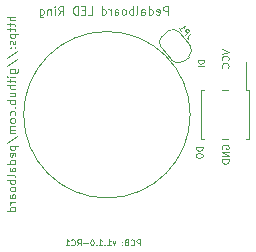
<source format=gbo>
G04 #@! TF.GenerationSoftware,KiCad,Pcbnew,7.0.8-7.0.8~ubuntu23.04.1*
G04 #@! TF.CreationDate,2023-10-22T13:47:05+00:00*
G04 #@! TF.ProjectId,pedalboard-led-ring,70656461-6c62-46f6-9172-642d6c65642d,1.1.0-RC1*
G04 #@! TF.SameCoordinates,Original*
G04 #@! TF.FileFunction,Legend,Bot*
G04 #@! TF.FilePolarity,Positive*
%FSLAX46Y46*%
G04 Gerber Fmt 4.6, Leading zero omitted, Abs format (unit mm)*
G04 Created by KiCad (PCBNEW 7.0.8-7.0.8~ubuntu23.04.1) date 2023-10-22 13:47:05*
%MOMM*%
%LPD*%
G01*
G04 APERTURE LIST*
%ADD10C,0.100000*%
%ADD11C,0.120000*%
%ADD12R,1.000000X2.750000*%
G04 APERTURE END LIST*
D10*
X87050000Y-60000000D02*
G75*
G03*
X87050000Y-60000000I-7050000J0D01*
G01*
X88203609Y-55384836D02*
X87703609Y-55384836D01*
X87703609Y-55384836D02*
X87703609Y-55503884D01*
X87703609Y-55503884D02*
X87727419Y-55575312D01*
X87727419Y-55575312D02*
X87775038Y-55622931D01*
X87775038Y-55622931D02*
X87822657Y-55646741D01*
X87822657Y-55646741D02*
X87917895Y-55670550D01*
X87917895Y-55670550D02*
X87989323Y-55670550D01*
X87989323Y-55670550D02*
X88084561Y-55646741D01*
X88084561Y-55646741D02*
X88132180Y-55622931D01*
X88132180Y-55622931D02*
X88179800Y-55575312D01*
X88179800Y-55575312D02*
X88203609Y-55503884D01*
X88203609Y-55503884D02*
X88203609Y-55384836D01*
X88203609Y-55884836D02*
X87703609Y-55884836D01*
X88121371Y-62708646D02*
X87521371Y-62708646D01*
X87521371Y-62708646D02*
X87521371Y-62851503D01*
X87521371Y-62851503D02*
X87549942Y-62937217D01*
X87549942Y-62937217D02*
X87607085Y-62994360D01*
X87607085Y-62994360D02*
X87664228Y-63022931D01*
X87664228Y-63022931D02*
X87778514Y-63051503D01*
X87778514Y-63051503D02*
X87864228Y-63051503D01*
X87864228Y-63051503D02*
X87978514Y-63022931D01*
X87978514Y-63022931D02*
X88035657Y-62994360D01*
X88035657Y-62994360D02*
X88092800Y-62937217D01*
X88092800Y-62937217D02*
X88121371Y-62851503D01*
X88121371Y-62851503D02*
X88121371Y-62708646D01*
X87521371Y-63422931D02*
X87521371Y-63480074D01*
X87521371Y-63480074D02*
X87549942Y-63537217D01*
X87549942Y-63537217D02*
X87578514Y-63565789D01*
X87578514Y-63565789D02*
X87635657Y-63594360D01*
X87635657Y-63594360D02*
X87749942Y-63622931D01*
X87749942Y-63622931D02*
X87892800Y-63622931D01*
X87892800Y-63622931D02*
X88007085Y-63594360D01*
X88007085Y-63594360D02*
X88064228Y-63565789D01*
X88064228Y-63565789D02*
X88092800Y-63537217D01*
X88092800Y-63537217D02*
X88121371Y-63480074D01*
X88121371Y-63480074D02*
X88121371Y-63422931D01*
X88121371Y-63422931D02*
X88092800Y-63365789D01*
X88092800Y-63365789D02*
X88064228Y-63337217D01*
X88064228Y-63337217D02*
X88007085Y-63308646D01*
X88007085Y-63308646D02*
X87892800Y-63280074D01*
X87892800Y-63280074D02*
X87749942Y-63280074D01*
X87749942Y-63280074D02*
X87635657Y-63308646D01*
X87635657Y-63308646D02*
X87578514Y-63337217D01*
X87578514Y-63337217D02*
X87549942Y-63365789D01*
X87549942Y-63365789D02*
X87521371Y-63422931D01*
X89749942Y-62872931D02*
X89721371Y-62815789D01*
X89721371Y-62815789D02*
X89721371Y-62730074D01*
X89721371Y-62730074D02*
X89749942Y-62644360D01*
X89749942Y-62644360D02*
X89807085Y-62587217D01*
X89807085Y-62587217D02*
X89864228Y-62558646D01*
X89864228Y-62558646D02*
X89978514Y-62530074D01*
X89978514Y-62530074D02*
X90064228Y-62530074D01*
X90064228Y-62530074D02*
X90178514Y-62558646D01*
X90178514Y-62558646D02*
X90235657Y-62587217D01*
X90235657Y-62587217D02*
X90292800Y-62644360D01*
X90292800Y-62644360D02*
X90321371Y-62730074D01*
X90321371Y-62730074D02*
X90321371Y-62787217D01*
X90321371Y-62787217D02*
X90292800Y-62872931D01*
X90292800Y-62872931D02*
X90264228Y-62901503D01*
X90264228Y-62901503D02*
X90064228Y-62901503D01*
X90064228Y-62901503D02*
X90064228Y-62787217D01*
X90321371Y-63158646D02*
X89721371Y-63158646D01*
X89721371Y-63158646D02*
X90321371Y-63501503D01*
X90321371Y-63501503D02*
X89721371Y-63501503D01*
X90321371Y-63787217D02*
X89721371Y-63787217D01*
X89721371Y-63787217D02*
X89721371Y-63930074D01*
X89721371Y-63930074D02*
X89749942Y-64015788D01*
X89749942Y-64015788D02*
X89807085Y-64072931D01*
X89807085Y-64072931D02*
X89864228Y-64101502D01*
X89864228Y-64101502D02*
X89978514Y-64130074D01*
X89978514Y-64130074D02*
X90064228Y-64130074D01*
X90064228Y-64130074D02*
X90178514Y-64101502D01*
X90178514Y-64101502D02*
X90235657Y-64072931D01*
X90235657Y-64072931D02*
X90292800Y-64015788D01*
X90292800Y-64015788D02*
X90321371Y-63930074D01*
X90321371Y-63930074D02*
X90321371Y-63787217D01*
X72249133Y-51703336D02*
X71549133Y-51703336D01*
X72249133Y-52003336D02*
X71882466Y-52003336D01*
X71882466Y-52003336D02*
X71815800Y-51970003D01*
X71815800Y-51970003D02*
X71782466Y-51903336D01*
X71782466Y-51903336D02*
X71782466Y-51803336D01*
X71782466Y-51803336D02*
X71815800Y-51736670D01*
X71815800Y-51736670D02*
X71849133Y-51703336D01*
X71782466Y-52236669D02*
X71782466Y-52503336D01*
X71549133Y-52336669D02*
X72149133Y-52336669D01*
X72149133Y-52336669D02*
X72215800Y-52370003D01*
X72215800Y-52370003D02*
X72249133Y-52436669D01*
X72249133Y-52436669D02*
X72249133Y-52503336D01*
X71782466Y-52636669D02*
X71782466Y-52903336D01*
X71549133Y-52736669D02*
X72149133Y-52736669D01*
X72149133Y-52736669D02*
X72215800Y-52770003D01*
X72215800Y-52770003D02*
X72249133Y-52836669D01*
X72249133Y-52836669D02*
X72249133Y-52903336D01*
X71782466Y-53136669D02*
X72482466Y-53136669D01*
X71815800Y-53136669D02*
X71782466Y-53203336D01*
X71782466Y-53203336D02*
X71782466Y-53336669D01*
X71782466Y-53336669D02*
X71815800Y-53403336D01*
X71815800Y-53403336D02*
X71849133Y-53436669D01*
X71849133Y-53436669D02*
X71915800Y-53470003D01*
X71915800Y-53470003D02*
X72115800Y-53470003D01*
X72115800Y-53470003D02*
X72182466Y-53436669D01*
X72182466Y-53436669D02*
X72215800Y-53403336D01*
X72215800Y-53403336D02*
X72249133Y-53336669D01*
X72249133Y-53336669D02*
X72249133Y-53203336D01*
X72249133Y-53203336D02*
X72215800Y-53136669D01*
X72215800Y-53736669D02*
X72249133Y-53803336D01*
X72249133Y-53803336D02*
X72249133Y-53936669D01*
X72249133Y-53936669D02*
X72215800Y-54003336D01*
X72215800Y-54003336D02*
X72149133Y-54036669D01*
X72149133Y-54036669D02*
X72115800Y-54036669D01*
X72115800Y-54036669D02*
X72049133Y-54003336D01*
X72049133Y-54003336D02*
X72015800Y-53936669D01*
X72015800Y-53936669D02*
X72015800Y-53836669D01*
X72015800Y-53836669D02*
X71982466Y-53770002D01*
X71982466Y-53770002D02*
X71915800Y-53736669D01*
X71915800Y-53736669D02*
X71882466Y-53736669D01*
X71882466Y-53736669D02*
X71815800Y-53770002D01*
X71815800Y-53770002D02*
X71782466Y-53836669D01*
X71782466Y-53836669D02*
X71782466Y-53936669D01*
X71782466Y-53936669D02*
X71815800Y-54003336D01*
X72182466Y-54336669D02*
X72215800Y-54370003D01*
X72215800Y-54370003D02*
X72249133Y-54336669D01*
X72249133Y-54336669D02*
X72215800Y-54303336D01*
X72215800Y-54303336D02*
X72182466Y-54336669D01*
X72182466Y-54336669D02*
X72249133Y-54336669D01*
X71815800Y-54336669D02*
X71849133Y-54370003D01*
X71849133Y-54370003D02*
X71882466Y-54336669D01*
X71882466Y-54336669D02*
X71849133Y-54303336D01*
X71849133Y-54303336D02*
X71815800Y-54336669D01*
X71815800Y-54336669D02*
X71882466Y-54336669D01*
X71515800Y-55170002D02*
X72415800Y-54570002D01*
X71515800Y-55903335D02*
X72415800Y-55303335D01*
X71782466Y-56436668D02*
X72349133Y-56436668D01*
X72349133Y-56436668D02*
X72415800Y-56403335D01*
X72415800Y-56403335D02*
X72449133Y-56370002D01*
X72449133Y-56370002D02*
X72482466Y-56303335D01*
X72482466Y-56303335D02*
X72482466Y-56203335D01*
X72482466Y-56203335D02*
X72449133Y-56136668D01*
X72215800Y-56436668D02*
X72249133Y-56370002D01*
X72249133Y-56370002D02*
X72249133Y-56236668D01*
X72249133Y-56236668D02*
X72215800Y-56170002D01*
X72215800Y-56170002D02*
X72182466Y-56136668D01*
X72182466Y-56136668D02*
X72115800Y-56103335D01*
X72115800Y-56103335D02*
X71915800Y-56103335D01*
X71915800Y-56103335D02*
X71849133Y-56136668D01*
X71849133Y-56136668D02*
X71815800Y-56170002D01*
X71815800Y-56170002D02*
X71782466Y-56236668D01*
X71782466Y-56236668D02*
X71782466Y-56370002D01*
X71782466Y-56370002D02*
X71815800Y-56436668D01*
X72249133Y-56770001D02*
X71782466Y-56770001D01*
X71549133Y-56770001D02*
X71582466Y-56736668D01*
X71582466Y-56736668D02*
X71615800Y-56770001D01*
X71615800Y-56770001D02*
X71582466Y-56803335D01*
X71582466Y-56803335D02*
X71549133Y-56770001D01*
X71549133Y-56770001D02*
X71615800Y-56770001D01*
X71782466Y-57003334D02*
X71782466Y-57270001D01*
X71549133Y-57103334D02*
X72149133Y-57103334D01*
X72149133Y-57103334D02*
X72215800Y-57136668D01*
X72215800Y-57136668D02*
X72249133Y-57203334D01*
X72249133Y-57203334D02*
X72249133Y-57270001D01*
X72249133Y-57503334D02*
X71549133Y-57503334D01*
X72249133Y-57803334D02*
X71882466Y-57803334D01*
X71882466Y-57803334D02*
X71815800Y-57770001D01*
X71815800Y-57770001D02*
X71782466Y-57703334D01*
X71782466Y-57703334D02*
X71782466Y-57603334D01*
X71782466Y-57603334D02*
X71815800Y-57536668D01*
X71815800Y-57536668D02*
X71849133Y-57503334D01*
X71782466Y-58436667D02*
X72249133Y-58436667D01*
X71782466Y-58136667D02*
X72149133Y-58136667D01*
X72149133Y-58136667D02*
X72215800Y-58170001D01*
X72215800Y-58170001D02*
X72249133Y-58236667D01*
X72249133Y-58236667D02*
X72249133Y-58336667D01*
X72249133Y-58336667D02*
X72215800Y-58403334D01*
X72215800Y-58403334D02*
X72182466Y-58436667D01*
X72249133Y-58770000D02*
X71549133Y-58770000D01*
X71815800Y-58770000D02*
X71782466Y-58836667D01*
X71782466Y-58836667D02*
X71782466Y-58970000D01*
X71782466Y-58970000D02*
X71815800Y-59036667D01*
X71815800Y-59036667D02*
X71849133Y-59070000D01*
X71849133Y-59070000D02*
X71915800Y-59103334D01*
X71915800Y-59103334D02*
X72115800Y-59103334D01*
X72115800Y-59103334D02*
X72182466Y-59070000D01*
X72182466Y-59070000D02*
X72215800Y-59036667D01*
X72215800Y-59036667D02*
X72249133Y-58970000D01*
X72249133Y-58970000D02*
X72249133Y-58836667D01*
X72249133Y-58836667D02*
X72215800Y-58770000D01*
X72182466Y-59403333D02*
X72215800Y-59436667D01*
X72215800Y-59436667D02*
X72249133Y-59403333D01*
X72249133Y-59403333D02*
X72215800Y-59370000D01*
X72215800Y-59370000D02*
X72182466Y-59403333D01*
X72182466Y-59403333D02*
X72249133Y-59403333D01*
X72215800Y-60036666D02*
X72249133Y-59970000D01*
X72249133Y-59970000D02*
X72249133Y-59836666D01*
X72249133Y-59836666D02*
X72215800Y-59770000D01*
X72215800Y-59770000D02*
X72182466Y-59736666D01*
X72182466Y-59736666D02*
X72115800Y-59703333D01*
X72115800Y-59703333D02*
X71915800Y-59703333D01*
X71915800Y-59703333D02*
X71849133Y-59736666D01*
X71849133Y-59736666D02*
X71815800Y-59770000D01*
X71815800Y-59770000D02*
X71782466Y-59836666D01*
X71782466Y-59836666D02*
X71782466Y-59970000D01*
X71782466Y-59970000D02*
X71815800Y-60036666D01*
X72249133Y-60436666D02*
X72215800Y-60370000D01*
X72215800Y-60370000D02*
X72182466Y-60336666D01*
X72182466Y-60336666D02*
X72115800Y-60303333D01*
X72115800Y-60303333D02*
X71915800Y-60303333D01*
X71915800Y-60303333D02*
X71849133Y-60336666D01*
X71849133Y-60336666D02*
X71815800Y-60370000D01*
X71815800Y-60370000D02*
X71782466Y-60436666D01*
X71782466Y-60436666D02*
X71782466Y-60536666D01*
X71782466Y-60536666D02*
X71815800Y-60603333D01*
X71815800Y-60603333D02*
X71849133Y-60636666D01*
X71849133Y-60636666D02*
X71915800Y-60670000D01*
X71915800Y-60670000D02*
X72115800Y-60670000D01*
X72115800Y-60670000D02*
X72182466Y-60636666D01*
X72182466Y-60636666D02*
X72215800Y-60603333D01*
X72215800Y-60603333D02*
X72249133Y-60536666D01*
X72249133Y-60536666D02*
X72249133Y-60436666D01*
X72249133Y-60969999D02*
X71782466Y-60969999D01*
X71849133Y-60969999D02*
X71815800Y-61003333D01*
X71815800Y-61003333D02*
X71782466Y-61069999D01*
X71782466Y-61069999D02*
X71782466Y-61169999D01*
X71782466Y-61169999D02*
X71815800Y-61236666D01*
X71815800Y-61236666D02*
X71882466Y-61269999D01*
X71882466Y-61269999D02*
X72249133Y-61269999D01*
X71882466Y-61269999D02*
X71815800Y-61303333D01*
X71815800Y-61303333D02*
X71782466Y-61369999D01*
X71782466Y-61369999D02*
X71782466Y-61469999D01*
X71782466Y-61469999D02*
X71815800Y-61536666D01*
X71815800Y-61536666D02*
X71882466Y-61569999D01*
X71882466Y-61569999D02*
X72249133Y-61569999D01*
X71515800Y-62403332D02*
X72415800Y-61803332D01*
X71782466Y-62636665D02*
X72482466Y-62636665D01*
X71815800Y-62636665D02*
X71782466Y-62703332D01*
X71782466Y-62703332D02*
X71782466Y-62836665D01*
X71782466Y-62836665D02*
X71815800Y-62903332D01*
X71815800Y-62903332D02*
X71849133Y-62936665D01*
X71849133Y-62936665D02*
X71915800Y-62969999D01*
X71915800Y-62969999D02*
X72115800Y-62969999D01*
X72115800Y-62969999D02*
X72182466Y-62936665D01*
X72182466Y-62936665D02*
X72215800Y-62903332D01*
X72215800Y-62903332D02*
X72249133Y-62836665D01*
X72249133Y-62836665D02*
X72249133Y-62703332D01*
X72249133Y-62703332D02*
X72215800Y-62636665D01*
X72215800Y-63536665D02*
X72249133Y-63469998D01*
X72249133Y-63469998D02*
X72249133Y-63336665D01*
X72249133Y-63336665D02*
X72215800Y-63269998D01*
X72215800Y-63269998D02*
X72149133Y-63236665D01*
X72149133Y-63236665D02*
X71882466Y-63236665D01*
X71882466Y-63236665D02*
X71815800Y-63269998D01*
X71815800Y-63269998D02*
X71782466Y-63336665D01*
X71782466Y-63336665D02*
X71782466Y-63469998D01*
X71782466Y-63469998D02*
X71815800Y-63536665D01*
X71815800Y-63536665D02*
X71882466Y-63569998D01*
X71882466Y-63569998D02*
X71949133Y-63569998D01*
X71949133Y-63569998D02*
X72015800Y-63236665D01*
X72249133Y-64169998D02*
X71549133Y-64169998D01*
X72215800Y-64169998D02*
X72249133Y-64103332D01*
X72249133Y-64103332D02*
X72249133Y-63969998D01*
X72249133Y-63969998D02*
X72215800Y-63903332D01*
X72215800Y-63903332D02*
X72182466Y-63869998D01*
X72182466Y-63869998D02*
X72115800Y-63836665D01*
X72115800Y-63836665D02*
X71915800Y-63836665D01*
X71915800Y-63836665D02*
X71849133Y-63869998D01*
X71849133Y-63869998D02*
X71815800Y-63903332D01*
X71815800Y-63903332D02*
X71782466Y-63969998D01*
X71782466Y-63969998D02*
X71782466Y-64103332D01*
X71782466Y-64103332D02*
X71815800Y-64169998D01*
X72249133Y-64803331D02*
X71882466Y-64803331D01*
X71882466Y-64803331D02*
X71815800Y-64769998D01*
X71815800Y-64769998D02*
X71782466Y-64703331D01*
X71782466Y-64703331D02*
X71782466Y-64569998D01*
X71782466Y-64569998D02*
X71815800Y-64503331D01*
X72215800Y-64803331D02*
X72249133Y-64736665D01*
X72249133Y-64736665D02*
X72249133Y-64569998D01*
X72249133Y-64569998D02*
X72215800Y-64503331D01*
X72215800Y-64503331D02*
X72149133Y-64469998D01*
X72149133Y-64469998D02*
X72082466Y-64469998D01*
X72082466Y-64469998D02*
X72015800Y-64503331D01*
X72015800Y-64503331D02*
X71982466Y-64569998D01*
X71982466Y-64569998D02*
X71982466Y-64736665D01*
X71982466Y-64736665D02*
X71949133Y-64803331D01*
X72249133Y-65236664D02*
X72215800Y-65169998D01*
X72215800Y-65169998D02*
X72149133Y-65136664D01*
X72149133Y-65136664D02*
X71549133Y-65136664D01*
X72249133Y-65503331D02*
X71549133Y-65503331D01*
X71815800Y-65503331D02*
X71782466Y-65569998D01*
X71782466Y-65569998D02*
X71782466Y-65703331D01*
X71782466Y-65703331D02*
X71815800Y-65769998D01*
X71815800Y-65769998D02*
X71849133Y-65803331D01*
X71849133Y-65803331D02*
X71915800Y-65836665D01*
X71915800Y-65836665D02*
X72115800Y-65836665D01*
X72115800Y-65836665D02*
X72182466Y-65803331D01*
X72182466Y-65803331D02*
X72215800Y-65769998D01*
X72215800Y-65769998D02*
X72249133Y-65703331D01*
X72249133Y-65703331D02*
X72249133Y-65569998D01*
X72249133Y-65569998D02*
X72215800Y-65503331D01*
X72249133Y-66236664D02*
X72215800Y-66169998D01*
X72215800Y-66169998D02*
X72182466Y-66136664D01*
X72182466Y-66136664D02*
X72115800Y-66103331D01*
X72115800Y-66103331D02*
X71915800Y-66103331D01*
X71915800Y-66103331D02*
X71849133Y-66136664D01*
X71849133Y-66136664D02*
X71815800Y-66169998D01*
X71815800Y-66169998D02*
X71782466Y-66236664D01*
X71782466Y-66236664D02*
X71782466Y-66336664D01*
X71782466Y-66336664D02*
X71815800Y-66403331D01*
X71815800Y-66403331D02*
X71849133Y-66436664D01*
X71849133Y-66436664D02*
X71915800Y-66469998D01*
X71915800Y-66469998D02*
X72115800Y-66469998D01*
X72115800Y-66469998D02*
X72182466Y-66436664D01*
X72182466Y-66436664D02*
X72215800Y-66403331D01*
X72215800Y-66403331D02*
X72249133Y-66336664D01*
X72249133Y-66336664D02*
X72249133Y-66236664D01*
X72249133Y-67069997D02*
X71882466Y-67069997D01*
X71882466Y-67069997D02*
X71815800Y-67036664D01*
X71815800Y-67036664D02*
X71782466Y-66969997D01*
X71782466Y-66969997D02*
X71782466Y-66836664D01*
X71782466Y-66836664D02*
X71815800Y-66769997D01*
X72215800Y-67069997D02*
X72249133Y-67003331D01*
X72249133Y-67003331D02*
X72249133Y-66836664D01*
X72249133Y-66836664D02*
X72215800Y-66769997D01*
X72215800Y-66769997D02*
X72149133Y-66736664D01*
X72149133Y-66736664D02*
X72082466Y-66736664D01*
X72082466Y-66736664D02*
X72015800Y-66769997D01*
X72015800Y-66769997D02*
X71982466Y-66836664D01*
X71982466Y-66836664D02*
X71982466Y-67003331D01*
X71982466Y-67003331D02*
X71949133Y-67069997D01*
X72249133Y-67403330D02*
X71782466Y-67403330D01*
X71915800Y-67403330D02*
X71849133Y-67436664D01*
X71849133Y-67436664D02*
X71815800Y-67469997D01*
X71815800Y-67469997D02*
X71782466Y-67536664D01*
X71782466Y-67536664D02*
X71782466Y-67603330D01*
X72249133Y-68136663D02*
X71549133Y-68136663D01*
X72215800Y-68136663D02*
X72249133Y-68069997D01*
X72249133Y-68069997D02*
X72249133Y-67936663D01*
X72249133Y-67936663D02*
X72215800Y-67869997D01*
X72215800Y-67869997D02*
X72182466Y-67836663D01*
X72182466Y-67836663D02*
X72115800Y-67803330D01*
X72115800Y-67803330D02*
X71915800Y-67803330D01*
X71915800Y-67803330D02*
X71849133Y-67836663D01*
X71849133Y-67836663D02*
X71815800Y-67869997D01*
X71815800Y-67869997D02*
X71782466Y-67936663D01*
X71782466Y-67936663D02*
X71782466Y-68069997D01*
X71782466Y-68069997D02*
X71815800Y-68136663D01*
X89711371Y-54462931D02*
X90311371Y-54662931D01*
X90311371Y-54662931D02*
X89711371Y-54862931D01*
X90254228Y-55405789D02*
X90282800Y-55377217D01*
X90282800Y-55377217D02*
X90311371Y-55291503D01*
X90311371Y-55291503D02*
X90311371Y-55234360D01*
X90311371Y-55234360D02*
X90282800Y-55148646D01*
X90282800Y-55148646D02*
X90225657Y-55091503D01*
X90225657Y-55091503D02*
X90168514Y-55062932D01*
X90168514Y-55062932D02*
X90054228Y-55034360D01*
X90054228Y-55034360D02*
X89968514Y-55034360D01*
X89968514Y-55034360D02*
X89854228Y-55062932D01*
X89854228Y-55062932D02*
X89797085Y-55091503D01*
X89797085Y-55091503D02*
X89739942Y-55148646D01*
X89739942Y-55148646D02*
X89711371Y-55234360D01*
X89711371Y-55234360D02*
X89711371Y-55291503D01*
X89711371Y-55291503D02*
X89739942Y-55377217D01*
X89739942Y-55377217D02*
X89768514Y-55405789D01*
X90254228Y-56005789D02*
X90282800Y-55977217D01*
X90282800Y-55977217D02*
X90311371Y-55891503D01*
X90311371Y-55891503D02*
X90311371Y-55834360D01*
X90311371Y-55834360D02*
X90282800Y-55748646D01*
X90282800Y-55748646D02*
X90225657Y-55691503D01*
X90225657Y-55691503D02*
X90168514Y-55662932D01*
X90168514Y-55662932D02*
X90054228Y-55634360D01*
X90054228Y-55634360D02*
X89968514Y-55634360D01*
X89968514Y-55634360D02*
X89854228Y-55662932D01*
X89854228Y-55662932D02*
X89797085Y-55691503D01*
X89797085Y-55691503D02*
X89739942Y-55748646D01*
X89739942Y-55748646D02*
X89711371Y-55834360D01*
X89711371Y-55834360D02*
X89711371Y-55891503D01*
X89711371Y-55891503D02*
X89739942Y-55977217D01*
X89739942Y-55977217D02*
X89768514Y-56005789D01*
X82790950Y-71063609D02*
X82790950Y-70563609D01*
X82790950Y-70563609D02*
X82600474Y-70563609D01*
X82600474Y-70563609D02*
X82552855Y-70587419D01*
X82552855Y-70587419D02*
X82529045Y-70611228D01*
X82529045Y-70611228D02*
X82505236Y-70658847D01*
X82505236Y-70658847D02*
X82505236Y-70730276D01*
X82505236Y-70730276D02*
X82529045Y-70777895D01*
X82529045Y-70777895D02*
X82552855Y-70801704D01*
X82552855Y-70801704D02*
X82600474Y-70825514D01*
X82600474Y-70825514D02*
X82790950Y-70825514D01*
X82005236Y-71015990D02*
X82029045Y-71039800D01*
X82029045Y-71039800D02*
X82100474Y-71063609D01*
X82100474Y-71063609D02*
X82148093Y-71063609D01*
X82148093Y-71063609D02*
X82219521Y-71039800D01*
X82219521Y-71039800D02*
X82267140Y-70992180D01*
X82267140Y-70992180D02*
X82290950Y-70944561D01*
X82290950Y-70944561D02*
X82314759Y-70849323D01*
X82314759Y-70849323D02*
X82314759Y-70777895D01*
X82314759Y-70777895D02*
X82290950Y-70682657D01*
X82290950Y-70682657D02*
X82267140Y-70635038D01*
X82267140Y-70635038D02*
X82219521Y-70587419D01*
X82219521Y-70587419D02*
X82148093Y-70563609D01*
X82148093Y-70563609D02*
X82100474Y-70563609D01*
X82100474Y-70563609D02*
X82029045Y-70587419D01*
X82029045Y-70587419D02*
X82005236Y-70611228D01*
X81624283Y-70801704D02*
X81552855Y-70825514D01*
X81552855Y-70825514D02*
X81529045Y-70849323D01*
X81529045Y-70849323D02*
X81505236Y-70896942D01*
X81505236Y-70896942D02*
X81505236Y-70968371D01*
X81505236Y-70968371D02*
X81529045Y-71015990D01*
X81529045Y-71015990D02*
X81552855Y-71039800D01*
X81552855Y-71039800D02*
X81600474Y-71063609D01*
X81600474Y-71063609D02*
X81790950Y-71063609D01*
X81790950Y-71063609D02*
X81790950Y-70563609D01*
X81790950Y-70563609D02*
X81624283Y-70563609D01*
X81624283Y-70563609D02*
X81576664Y-70587419D01*
X81576664Y-70587419D02*
X81552855Y-70611228D01*
X81552855Y-70611228D02*
X81529045Y-70658847D01*
X81529045Y-70658847D02*
X81529045Y-70706466D01*
X81529045Y-70706466D02*
X81552855Y-70754085D01*
X81552855Y-70754085D02*
X81576664Y-70777895D01*
X81576664Y-70777895D02*
X81624283Y-70801704D01*
X81624283Y-70801704D02*
X81790950Y-70801704D01*
X81290950Y-71015990D02*
X81267140Y-71039800D01*
X81267140Y-71039800D02*
X81290950Y-71063609D01*
X81290950Y-71063609D02*
X81314759Y-71039800D01*
X81314759Y-71039800D02*
X81290950Y-71015990D01*
X81290950Y-71015990D02*
X81290950Y-71063609D01*
X81290950Y-70754085D02*
X81267140Y-70777895D01*
X81267140Y-70777895D02*
X81290950Y-70801704D01*
X81290950Y-70801704D02*
X81314759Y-70777895D01*
X81314759Y-70777895D02*
X81290950Y-70754085D01*
X81290950Y-70754085D02*
X81290950Y-70801704D01*
X80719522Y-70730276D02*
X80600474Y-71063609D01*
X80600474Y-71063609D02*
X80481427Y-70730276D01*
X80029046Y-71063609D02*
X80314760Y-71063609D01*
X80171903Y-71063609D02*
X80171903Y-70563609D01*
X80171903Y-70563609D02*
X80219522Y-70635038D01*
X80219522Y-70635038D02*
X80267141Y-70682657D01*
X80267141Y-70682657D02*
X80314760Y-70706466D01*
X79814761Y-71015990D02*
X79790951Y-71039800D01*
X79790951Y-71039800D02*
X79814761Y-71063609D01*
X79814761Y-71063609D02*
X79838570Y-71039800D01*
X79838570Y-71039800D02*
X79814761Y-71015990D01*
X79814761Y-71015990D02*
X79814761Y-71063609D01*
X79314761Y-71063609D02*
X79600475Y-71063609D01*
X79457618Y-71063609D02*
X79457618Y-70563609D01*
X79457618Y-70563609D02*
X79505237Y-70635038D01*
X79505237Y-70635038D02*
X79552856Y-70682657D01*
X79552856Y-70682657D02*
X79600475Y-70706466D01*
X79100476Y-71015990D02*
X79076666Y-71039800D01*
X79076666Y-71039800D02*
X79100476Y-71063609D01*
X79100476Y-71063609D02*
X79124285Y-71039800D01*
X79124285Y-71039800D02*
X79100476Y-71015990D01*
X79100476Y-71015990D02*
X79100476Y-71063609D01*
X78767143Y-70563609D02*
X78719524Y-70563609D01*
X78719524Y-70563609D02*
X78671905Y-70587419D01*
X78671905Y-70587419D02*
X78648095Y-70611228D01*
X78648095Y-70611228D02*
X78624286Y-70658847D01*
X78624286Y-70658847D02*
X78600476Y-70754085D01*
X78600476Y-70754085D02*
X78600476Y-70873133D01*
X78600476Y-70873133D02*
X78624286Y-70968371D01*
X78624286Y-70968371D02*
X78648095Y-71015990D01*
X78648095Y-71015990D02*
X78671905Y-71039800D01*
X78671905Y-71039800D02*
X78719524Y-71063609D01*
X78719524Y-71063609D02*
X78767143Y-71063609D01*
X78767143Y-71063609D02*
X78814762Y-71039800D01*
X78814762Y-71039800D02*
X78838571Y-71015990D01*
X78838571Y-71015990D02*
X78862381Y-70968371D01*
X78862381Y-70968371D02*
X78886190Y-70873133D01*
X78886190Y-70873133D02*
X78886190Y-70754085D01*
X78886190Y-70754085D02*
X78862381Y-70658847D01*
X78862381Y-70658847D02*
X78838571Y-70611228D01*
X78838571Y-70611228D02*
X78814762Y-70587419D01*
X78814762Y-70587419D02*
X78767143Y-70563609D01*
X78386191Y-70873133D02*
X78005239Y-70873133D01*
X77481429Y-71063609D02*
X77648095Y-70825514D01*
X77767143Y-71063609D02*
X77767143Y-70563609D01*
X77767143Y-70563609D02*
X77576667Y-70563609D01*
X77576667Y-70563609D02*
X77529048Y-70587419D01*
X77529048Y-70587419D02*
X77505238Y-70611228D01*
X77505238Y-70611228D02*
X77481429Y-70658847D01*
X77481429Y-70658847D02*
X77481429Y-70730276D01*
X77481429Y-70730276D02*
X77505238Y-70777895D01*
X77505238Y-70777895D02*
X77529048Y-70801704D01*
X77529048Y-70801704D02*
X77576667Y-70825514D01*
X77576667Y-70825514D02*
X77767143Y-70825514D01*
X76981429Y-71015990D02*
X77005238Y-71039800D01*
X77005238Y-71039800D02*
X77076667Y-71063609D01*
X77076667Y-71063609D02*
X77124286Y-71063609D01*
X77124286Y-71063609D02*
X77195714Y-71039800D01*
X77195714Y-71039800D02*
X77243333Y-70992180D01*
X77243333Y-70992180D02*
X77267143Y-70944561D01*
X77267143Y-70944561D02*
X77290952Y-70849323D01*
X77290952Y-70849323D02*
X77290952Y-70777895D01*
X77290952Y-70777895D02*
X77267143Y-70682657D01*
X77267143Y-70682657D02*
X77243333Y-70635038D01*
X77243333Y-70635038D02*
X77195714Y-70587419D01*
X77195714Y-70587419D02*
X77124286Y-70563609D01*
X77124286Y-70563609D02*
X77076667Y-70563609D01*
X77076667Y-70563609D02*
X77005238Y-70587419D01*
X77005238Y-70587419D02*
X76981429Y-70611228D01*
X76505238Y-71063609D02*
X76790952Y-71063609D01*
X76648095Y-71063609D02*
X76648095Y-70563609D01*
X76648095Y-70563609D02*
X76695714Y-70635038D01*
X76695714Y-70635038D02*
X76743333Y-70682657D01*
X76743333Y-70682657D02*
X76790952Y-70706466D01*
X85146664Y-51529133D02*
X85146664Y-50829133D01*
X85146664Y-50829133D02*
X84879997Y-50829133D01*
X84879997Y-50829133D02*
X84813331Y-50862466D01*
X84813331Y-50862466D02*
X84779997Y-50895800D01*
X84779997Y-50895800D02*
X84746664Y-50962466D01*
X84746664Y-50962466D02*
X84746664Y-51062466D01*
X84746664Y-51062466D02*
X84779997Y-51129133D01*
X84779997Y-51129133D02*
X84813331Y-51162466D01*
X84813331Y-51162466D02*
X84879997Y-51195800D01*
X84879997Y-51195800D02*
X85146664Y-51195800D01*
X84179997Y-51495800D02*
X84246664Y-51529133D01*
X84246664Y-51529133D02*
X84379997Y-51529133D01*
X84379997Y-51529133D02*
X84446664Y-51495800D01*
X84446664Y-51495800D02*
X84479997Y-51429133D01*
X84479997Y-51429133D02*
X84479997Y-51162466D01*
X84479997Y-51162466D02*
X84446664Y-51095800D01*
X84446664Y-51095800D02*
X84379997Y-51062466D01*
X84379997Y-51062466D02*
X84246664Y-51062466D01*
X84246664Y-51062466D02*
X84179997Y-51095800D01*
X84179997Y-51095800D02*
X84146664Y-51162466D01*
X84146664Y-51162466D02*
X84146664Y-51229133D01*
X84146664Y-51229133D02*
X84479997Y-51295800D01*
X83546664Y-51529133D02*
X83546664Y-50829133D01*
X83546664Y-51495800D02*
X83613331Y-51529133D01*
X83613331Y-51529133D02*
X83746664Y-51529133D01*
X83746664Y-51529133D02*
X83813331Y-51495800D01*
X83813331Y-51495800D02*
X83846664Y-51462466D01*
X83846664Y-51462466D02*
X83879997Y-51395800D01*
X83879997Y-51395800D02*
X83879997Y-51195800D01*
X83879997Y-51195800D02*
X83846664Y-51129133D01*
X83846664Y-51129133D02*
X83813331Y-51095800D01*
X83813331Y-51095800D02*
X83746664Y-51062466D01*
X83746664Y-51062466D02*
X83613331Y-51062466D01*
X83613331Y-51062466D02*
X83546664Y-51095800D01*
X82913331Y-51529133D02*
X82913331Y-51162466D01*
X82913331Y-51162466D02*
X82946664Y-51095800D01*
X82946664Y-51095800D02*
X83013331Y-51062466D01*
X83013331Y-51062466D02*
X83146664Y-51062466D01*
X83146664Y-51062466D02*
X83213331Y-51095800D01*
X82913331Y-51495800D02*
X82979998Y-51529133D01*
X82979998Y-51529133D02*
X83146664Y-51529133D01*
X83146664Y-51529133D02*
X83213331Y-51495800D01*
X83213331Y-51495800D02*
X83246664Y-51429133D01*
X83246664Y-51429133D02*
X83246664Y-51362466D01*
X83246664Y-51362466D02*
X83213331Y-51295800D01*
X83213331Y-51295800D02*
X83146664Y-51262466D01*
X83146664Y-51262466D02*
X82979998Y-51262466D01*
X82979998Y-51262466D02*
X82913331Y-51229133D01*
X82479998Y-51529133D02*
X82546665Y-51495800D01*
X82546665Y-51495800D02*
X82579998Y-51429133D01*
X82579998Y-51429133D02*
X82579998Y-50829133D01*
X82213331Y-51529133D02*
X82213331Y-50829133D01*
X82213331Y-51095800D02*
X82146664Y-51062466D01*
X82146664Y-51062466D02*
X82013331Y-51062466D01*
X82013331Y-51062466D02*
X81946664Y-51095800D01*
X81946664Y-51095800D02*
X81913331Y-51129133D01*
X81913331Y-51129133D02*
X81879998Y-51195800D01*
X81879998Y-51195800D02*
X81879998Y-51395800D01*
X81879998Y-51395800D02*
X81913331Y-51462466D01*
X81913331Y-51462466D02*
X81946664Y-51495800D01*
X81946664Y-51495800D02*
X82013331Y-51529133D01*
X82013331Y-51529133D02*
X82146664Y-51529133D01*
X82146664Y-51529133D02*
X82213331Y-51495800D01*
X81479998Y-51529133D02*
X81546665Y-51495800D01*
X81546665Y-51495800D02*
X81579998Y-51462466D01*
X81579998Y-51462466D02*
X81613331Y-51395800D01*
X81613331Y-51395800D02*
X81613331Y-51195800D01*
X81613331Y-51195800D02*
X81579998Y-51129133D01*
X81579998Y-51129133D02*
X81546665Y-51095800D01*
X81546665Y-51095800D02*
X81479998Y-51062466D01*
X81479998Y-51062466D02*
X81379998Y-51062466D01*
X81379998Y-51062466D02*
X81313331Y-51095800D01*
X81313331Y-51095800D02*
X81279998Y-51129133D01*
X81279998Y-51129133D02*
X81246665Y-51195800D01*
X81246665Y-51195800D02*
X81246665Y-51395800D01*
X81246665Y-51395800D02*
X81279998Y-51462466D01*
X81279998Y-51462466D02*
X81313331Y-51495800D01*
X81313331Y-51495800D02*
X81379998Y-51529133D01*
X81379998Y-51529133D02*
X81479998Y-51529133D01*
X80646665Y-51529133D02*
X80646665Y-51162466D01*
X80646665Y-51162466D02*
X80679998Y-51095800D01*
X80679998Y-51095800D02*
X80746665Y-51062466D01*
X80746665Y-51062466D02*
X80879998Y-51062466D01*
X80879998Y-51062466D02*
X80946665Y-51095800D01*
X80646665Y-51495800D02*
X80713332Y-51529133D01*
X80713332Y-51529133D02*
X80879998Y-51529133D01*
X80879998Y-51529133D02*
X80946665Y-51495800D01*
X80946665Y-51495800D02*
X80979998Y-51429133D01*
X80979998Y-51429133D02*
X80979998Y-51362466D01*
X80979998Y-51362466D02*
X80946665Y-51295800D01*
X80946665Y-51295800D02*
X80879998Y-51262466D01*
X80879998Y-51262466D02*
X80713332Y-51262466D01*
X80713332Y-51262466D02*
X80646665Y-51229133D01*
X80313332Y-51529133D02*
X80313332Y-51062466D01*
X80313332Y-51195800D02*
X80279999Y-51129133D01*
X80279999Y-51129133D02*
X80246665Y-51095800D01*
X80246665Y-51095800D02*
X80179999Y-51062466D01*
X80179999Y-51062466D02*
X80113332Y-51062466D01*
X79579999Y-51529133D02*
X79579999Y-50829133D01*
X79579999Y-51495800D02*
X79646666Y-51529133D01*
X79646666Y-51529133D02*
X79779999Y-51529133D01*
X79779999Y-51529133D02*
X79846666Y-51495800D01*
X79846666Y-51495800D02*
X79879999Y-51462466D01*
X79879999Y-51462466D02*
X79913332Y-51395800D01*
X79913332Y-51395800D02*
X79913332Y-51195800D01*
X79913332Y-51195800D02*
X79879999Y-51129133D01*
X79879999Y-51129133D02*
X79846666Y-51095800D01*
X79846666Y-51095800D02*
X79779999Y-51062466D01*
X79779999Y-51062466D02*
X79646666Y-51062466D01*
X79646666Y-51062466D02*
X79579999Y-51095800D01*
X78380000Y-51529133D02*
X78713333Y-51529133D01*
X78713333Y-51529133D02*
X78713333Y-50829133D01*
X78146666Y-51162466D02*
X77913333Y-51162466D01*
X77813333Y-51529133D02*
X78146666Y-51529133D01*
X78146666Y-51529133D02*
X78146666Y-50829133D01*
X78146666Y-50829133D02*
X77813333Y-50829133D01*
X77513333Y-51529133D02*
X77513333Y-50829133D01*
X77513333Y-50829133D02*
X77346666Y-50829133D01*
X77346666Y-50829133D02*
X77246666Y-50862466D01*
X77246666Y-50862466D02*
X77180000Y-50929133D01*
X77180000Y-50929133D02*
X77146666Y-50995800D01*
X77146666Y-50995800D02*
X77113333Y-51129133D01*
X77113333Y-51129133D02*
X77113333Y-51229133D01*
X77113333Y-51229133D02*
X77146666Y-51362466D01*
X77146666Y-51362466D02*
X77180000Y-51429133D01*
X77180000Y-51429133D02*
X77246666Y-51495800D01*
X77246666Y-51495800D02*
X77346666Y-51529133D01*
X77346666Y-51529133D02*
X77513333Y-51529133D01*
X75880000Y-51529133D02*
X76113333Y-51195800D01*
X76280000Y-51529133D02*
X76280000Y-50829133D01*
X76280000Y-50829133D02*
X76013333Y-50829133D01*
X76013333Y-50829133D02*
X75946667Y-50862466D01*
X75946667Y-50862466D02*
X75913333Y-50895800D01*
X75913333Y-50895800D02*
X75880000Y-50962466D01*
X75880000Y-50962466D02*
X75880000Y-51062466D01*
X75880000Y-51062466D02*
X75913333Y-51129133D01*
X75913333Y-51129133D02*
X75946667Y-51162466D01*
X75946667Y-51162466D02*
X76013333Y-51195800D01*
X76013333Y-51195800D02*
X76280000Y-51195800D01*
X75580000Y-51529133D02*
X75580000Y-51062466D01*
X75580000Y-50829133D02*
X75613333Y-50862466D01*
X75613333Y-50862466D02*
X75580000Y-50895800D01*
X75580000Y-50895800D02*
X75546667Y-50862466D01*
X75546667Y-50862466D02*
X75580000Y-50829133D01*
X75580000Y-50829133D02*
X75580000Y-50895800D01*
X75246667Y-51062466D02*
X75246667Y-51529133D01*
X75246667Y-51129133D02*
X75213334Y-51095800D01*
X75213334Y-51095800D02*
X75146667Y-51062466D01*
X75146667Y-51062466D02*
X75046667Y-51062466D01*
X75046667Y-51062466D02*
X74980000Y-51095800D01*
X74980000Y-51095800D02*
X74946667Y-51162466D01*
X74946667Y-51162466D02*
X74946667Y-51529133D01*
X74313334Y-51062466D02*
X74313334Y-51629133D01*
X74313334Y-51629133D02*
X74346667Y-51695800D01*
X74346667Y-51695800D02*
X74380001Y-51729133D01*
X74380001Y-51729133D02*
X74446667Y-51762466D01*
X74446667Y-51762466D02*
X74546667Y-51762466D01*
X74546667Y-51762466D02*
X74613334Y-51729133D01*
X74313334Y-51495800D02*
X74380001Y-51529133D01*
X74380001Y-51529133D02*
X74513334Y-51529133D01*
X74513334Y-51529133D02*
X74580001Y-51495800D01*
X74580001Y-51495800D02*
X74613334Y-51462466D01*
X74613334Y-51462466D02*
X74646667Y-51395800D01*
X74646667Y-51395800D02*
X74646667Y-51195800D01*
X74646667Y-51195800D02*
X74613334Y-51129133D01*
X74613334Y-51129133D02*
X74580001Y-51095800D01*
X74580001Y-51095800D02*
X74513334Y-51062466D01*
X74513334Y-51062466D02*
X74380001Y-51062466D01*
X74380001Y-51062466D02*
X74313334Y-51095800D01*
X87137640Y-53103131D02*
X86864052Y-53332698D01*
X86864052Y-53332698D02*
X86824639Y-53396851D01*
X86824639Y-53396851D02*
X86818770Y-53463938D01*
X86818770Y-53463938D02*
X86846444Y-53533960D01*
X86846444Y-53533960D02*
X86877053Y-53570438D01*
X86601573Y-53242134D02*
X86984595Y-52920740D01*
X86984595Y-52920740D02*
X86862160Y-52774826D01*
X86862160Y-52774826D02*
X86813311Y-52753653D01*
X86813311Y-52753653D02*
X86779768Y-52750718D01*
X86779768Y-52750718D02*
X86727985Y-52763088D01*
X86727985Y-52763088D02*
X86673268Y-52809001D01*
X86673268Y-52809001D02*
X86652094Y-52857849D01*
X86652094Y-52857849D02*
X86649159Y-52891393D01*
X86649159Y-52891393D02*
X86661529Y-52943176D01*
X86661529Y-52943176D02*
X86783965Y-53089089D01*
X86111830Y-52658481D02*
X86295484Y-52877350D01*
X86203657Y-52767916D02*
X86586679Y-52446522D01*
X86586679Y-52446522D02*
X86562571Y-52528913D01*
X86562571Y-52528913D02*
X86556701Y-52596001D01*
X86556701Y-52596001D02*
X86569071Y-52647783D01*
D11*
X87940000Y-62060000D02*
X87940000Y-57940000D01*
X88240000Y-62060000D02*
X87940000Y-62060000D01*
X90240000Y-62060000D02*
X89760000Y-62060000D01*
X92060000Y-62060000D02*
X91760000Y-62060000D01*
X92060000Y-62060000D02*
X92060000Y-57940000D01*
X88240000Y-57940000D02*
X87940000Y-57940000D01*
X90240000Y-57940000D02*
X89760000Y-57940000D01*
X91760000Y-57940000D02*
X91760000Y-55560000D01*
X92060000Y-57940000D02*
X91760000Y-57940000D01*
X86470089Y-55465299D02*
X86929716Y-55079626D01*
X87015996Y-54093444D02*
X86116093Y-53020981D01*
X84584004Y-54306556D02*
X85483907Y-55379019D01*
X85129911Y-52934701D02*
X84670284Y-53320374D01*
X85483908Y-55379018D02*
G75*
G03*
X86470088Y-55465298I536230J449949D01*
G01*
X86929715Y-55079625D02*
G75*
G03*
X87015995Y-54093445I-449949J536230D01*
G01*
X84670284Y-53320375D02*
G75*
G03*
X84584005Y-54306556I449951J-536230D01*
G01*
X86116093Y-53020981D02*
G75*
G03*
X85129911Y-52934701I-536231J-449952D01*
G01*
%LPC*%
D12*
X91000000Y-56875000D03*
X91000000Y-63125000D03*
X89000000Y-56875000D03*
X89000000Y-63125000D03*
G36*
X86470952Y-53832816D02*
G01*
X86792345Y-54215838D01*
X86788447Y-54219109D01*
X86834186Y-54273619D01*
X86891245Y-54403996D01*
X86909260Y-54545165D01*
X86886774Y-54685693D01*
X86825608Y-54814192D01*
X86730717Y-54920254D01*
X86347695Y-55241648D01*
X86226766Y-55316680D01*
X86089598Y-55354603D01*
X85947300Y-55352345D01*
X85811404Y-55310090D01*
X85692916Y-55231258D01*
X85647177Y-55176749D01*
X85643279Y-55180020D01*
X85321885Y-54796997D01*
X86470952Y-53832816D01*
G37*
G36*
X84811553Y-54180891D02*
G01*
X84765814Y-54126381D01*
X84708755Y-53996004D01*
X84690740Y-53854835D01*
X84713226Y-53714307D01*
X84774392Y-53585808D01*
X84869283Y-53479746D01*
X85252305Y-53158352D01*
X85373234Y-53083320D01*
X85510402Y-53045397D01*
X85652700Y-53047655D01*
X85788596Y-53089910D01*
X85907084Y-53168742D01*
X85952823Y-53223251D01*
X85956721Y-53219980D01*
X86278115Y-53603003D01*
X85129048Y-54567184D01*
X84807655Y-54184162D01*
X84811553Y-54180891D01*
G37*
%LPD*%
M02*

</source>
